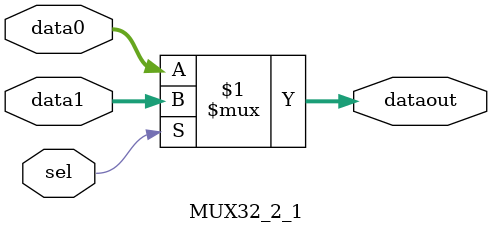
<source format=v>
`timescale 1ns / 1ps
module MUX32_2_1(
	input [31:0] data0, data1,
	input sel,
	output [31:0] dataout
    );

assign dataout = sel? data1 : data0;

endmodule

</source>
